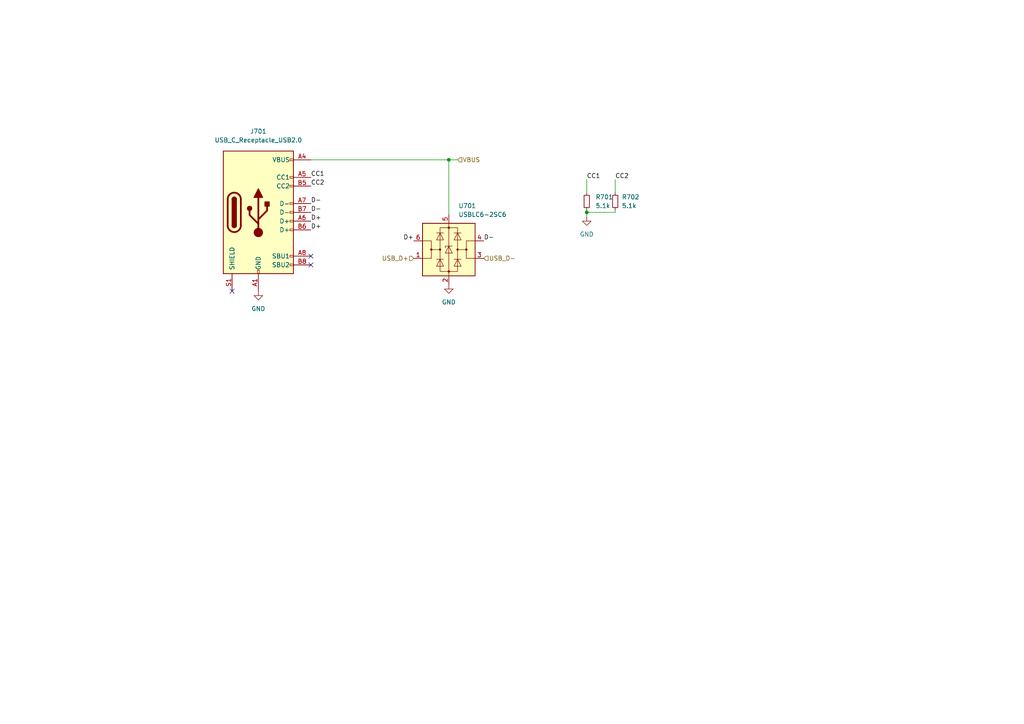
<source format=kicad_sch>
(kicad_sch (version 20211123) (generator eeschema)
  (paper "A4")
  (lib_symbols
    (symbol "Connector:USB_C_Receptacle_USB2.0" (pin_names (offset 1.016))
      (property "Reference" "J" (at -10.16 19.05 0))
      (property "Value" "USB_C_Receptacle_USB2.0" (at 19.05 19.05 0))
      (symbol "USB_C_Receptacle_USB2.0_0_0"
        (rectangle (start -0.254 -17.78) (end 0.254 -16.764))
        (rectangle (start 10.16 -14.986) (end 9.144 -15.494))
        (rectangle (start 10.16 -12.446) (end 9.144 -12.954))
        (rectangle (start 10.16 -4.826) (end 9.144 -5.334))
        (rectangle (start 10.16 -2.286) (end 9.144 -2.794))
        (rectangle (start 10.16 0.254) (end 9.144 -0.254))
        (rectangle (start 10.16 2.794) (end 9.144 2.286))
        (rectangle (start 10.16 7.874) (end 9.144 7.366))
        (rectangle (start 10.16 10.414) (end 9.144 9.906))
        (rectangle (start 10.16 15.494) (end 9.144 14.986))
      )
      (symbol "USB_C_Receptacle_USB2.0_0_1"
        (rectangle (start -10.16 17.78) (end 10.16 -17.78) (stroke (width 0.254)) (fill (type background)))
        (arc (start -8.89 -3.81) (mid -6.985 -5.715) (end -5.08 -3.81) (stroke (width 0.508)))
        (arc (start -7.62 -3.81) (mid -6.985 -4.445) (end -6.35 -3.81) (stroke (width 0.254)))
        (arc (start -7.62 -3.81) (mid -6.985 -4.445) (end -6.35 -3.81) (stroke (width 0.254)) (fill (type outline)))
        (rectangle (start -7.62 -3.81) (end -6.35 3.81) (stroke (width 0.254)) (fill (type outline)))
        (arc (start -6.35 3.81) (mid -6.985 4.445) (end -7.62 3.81) (stroke (width 0.254)))
        (arc (start -6.35 3.81) (mid -6.985 4.445) (end -7.62 3.81) (stroke (width 0.254)) (fill (type outline)))
        (arc (start -5.08 3.81) (mid -6.985 5.715) (end -8.89 3.81) (stroke (width 0.508)))
        (circle (center -2.54 1.143) (radius 0.635) (stroke (width 0.254)) (fill (type outline)))
        (circle (center 0 -5.842) (radius 1.27) (fill (type outline)))
        (polyline (pts (xy -8.89 -3.81) (xy -8.89 3.81)) (stroke (width 0.508)))
        (polyline (pts (xy -5.08 3.81) (xy -5.08 -3.81)) (stroke (width 0.508)))
        (polyline (pts (xy 0 -5.842) (xy 0 4.318)) (stroke (width 0.508)))
        (polyline (pts (xy 0 -3.302) (xy -2.54 -0.762) (xy -2.54 0.508)) (stroke (width 0.508)))
        (polyline (pts (xy 0 -2.032) (xy 2.54 0.508) (xy 2.54 1.778)) (stroke (width 0.508)))
        (polyline (pts (xy -1.27 4.318) (xy 0 6.858) (xy 1.27 4.318) (xy -1.27 4.318)) (stroke (width 0.254)) (fill (type outline)))
        (rectangle (start 1.905 1.778) (end 3.175 3.048) (stroke (width 0.254)) (fill (type outline)))
      )
      (symbol "USB_C_Receptacle_USB2.0_1_1"
        (pin passive line (at 0 -22.86 90) (length 5.08) (name "GND") (number "A1"))
        (pin passive line (at 0 -22.86 90) (length 5.08) hide (name "GND") (number "A12"))
        (pin passive line (at 15.24 15.24 180) (length 5.08) (name "VBUS") (number "A4"))
        (pin bidirectional line (at 15.24 10.16 180) (length 5.08) (name "CC1") (number "A5"))
        (pin bidirectional line (at 15.24 -2.54 180) (length 5.08) (name "D+") (number "A6"))
        (pin bidirectional line (at 15.24 2.54 180) (length 5.08) (name "D-") (number "A7"))
        (pin bidirectional line (at 15.24 -12.7 180) (length 5.08) (name "SBU1") (number "A8"))
        (pin passive line (at 15.24 15.24 180) (length 5.08) hide (name "VBUS") (number "A9"))
        (pin passive line (at 0 -22.86 90) (length 5.08) hide (name "GND") (number "B1"))
        (pin passive line (at 0 -22.86 90) (length 5.08) hide (name "GND") (number "B12"))
        (pin passive line (at 15.24 15.24 180) (length 5.08) hide (name "VBUS") (number "B4"))
        (pin bidirectional line (at 15.24 7.62 180) (length 5.08) (name "CC2") (number "B5"))
        (pin bidirectional line (at 15.24 -5.08 180) (length 5.08) (name "D+") (number "B6"))
        (pin bidirectional line (at 15.24 0 180) (length 5.08) (name "D-") (number "B7"))
        (pin bidirectional line (at 15.24 -15.24 180) (length 5.08) (name "SBU2") (number "B8"))
        (pin passive line (at 15.24 15.24 180) (length 5.08) hide (name "VBUS") (number "B9"))
        (pin passive line (at -7.62 -22.86 90) (length 5.08) (name "SHIELD") (number "S1"))
      )
    )
    (symbol "Device:R_Small" (pin_numbers hide) (pin_names (offset 0.254) hide)
      (property "Reference" "R" (at 0.762 0.508 0))
      (property "Value" "R_Small" (at 0.762 -1.016 0))
      (symbol "R_Small_0_1"
        (rectangle (start -0.762 1.778) (end 0.762 -1.778) (stroke (width 0.2032)))
      )
      (symbol "R_Small_1_1"
        (pin passive line (at 0 2.54 270) (length 0.762) (name "~") (number "1"))
        (pin passive line (at 0 -2.54 90) (length 0.762) (name "~") (number "2"))
      )
    )
    (symbol "Power_Protection:USBLC6-2SC6" (pin_names hide)
      (property "Reference" "U" (at 2.54 8.89 0))
      (property "Value" "USBLC6-2SC6" (at 2.54 -8.89 0))
      (symbol "USBLC6-2SC6_0_1"
        (rectangle (start -7.62 -7.62) (end 7.62 7.62) (stroke (width 0.254)) (fill (type background)))
        (circle (center -5.08 0) (radius 0.254) (fill (type outline)))
        (circle (center -2.54 0) (radius 0.254) (fill (type outline)))
        (rectangle (start -2.54 6.35) (end 2.54 -6.35))
        (circle (center 0 -6.35) (radius 0.254) (fill (type outline)))
        (polyline (pts (xy -5.08 -2.54) (xy -7.62 -2.54)))
        (polyline (pts (xy -5.08 0) (xy -5.08 -2.54)))
        (polyline (pts (xy -5.08 2.54) (xy -7.62 2.54)))
        (polyline (pts (xy -1.524 -2.794) (xy -3.556 -2.794)))
        (polyline (pts (xy -1.524 4.826) (xy -3.556 4.826)))
        (polyline (pts (xy 0 -7.62) (xy 0 -6.35)))
        (polyline (pts (xy 0 -6.35) (xy 0 1.27)))
        (polyline (pts (xy 0 1.27) (xy 0 6.35)))
        (polyline (pts (xy 0 6.35) (xy 0 7.62)))
        (polyline (pts (xy 1.524 -2.794) (xy 3.556 -2.794)))
        (polyline (pts (xy 1.524 4.826) (xy 3.556 4.826)))
        (polyline (pts (xy 5.08 -2.54) (xy 7.62 -2.54)))
        (polyline (pts (xy 5.08 0) (xy 5.08 -2.54)))
        (polyline (pts (xy 5.08 2.54) (xy 7.62 2.54)))
        (polyline (pts (xy -2.54 0) (xy -5.08 0) (xy -5.08 2.54)))
        (polyline (pts (xy 2.54 0) (xy 5.08 0) (xy 5.08 2.54)))
        (polyline (pts (xy -3.556 -4.826) (xy -1.524 -4.826) (xy -2.54 -2.794) (xy -3.556 -4.826)))
        (polyline (pts (xy -3.556 2.794) (xy -1.524 2.794) (xy -2.54 4.826) (xy -3.556 2.794)))
        (polyline (pts (xy -1.016 -1.016) (xy 1.016 -1.016) (xy 0 1.016) (xy -1.016 -1.016)))
        (polyline (pts (xy 1.016 1.016) (xy 0.762 1.016) (xy -1.016 1.016) (xy -1.016 0.508)))
        (polyline (pts (xy 3.556 -4.826) (xy 1.524 -4.826) (xy 2.54 -2.794) (xy 3.556 -4.826)))
        (polyline (pts (xy 3.556 2.794) (xy 1.524 2.794) (xy 2.54 4.826) (xy 3.556 2.794)))
        (circle (center 0 6.35) (radius 0.254) (fill (type outline)))
        (circle (center 2.54 0) (radius 0.254) (fill (type outline)))
        (circle (center 5.08 0) (radius 0.254) (fill (type outline)))
      )
      (symbol "USBLC6-2SC6_1_1"
        (pin passive line (at -10.16 -2.54 0) (length 2.54) (name "I/O1") (number "1"))
        (pin passive line (at 0 -10.16 90) (length 2.54) (name "GND") (number "2"))
        (pin passive line (at 10.16 -2.54 180) (length 2.54) (name "I/O2") (number "3"))
        (pin passive line (at 10.16 2.54 180) (length 2.54) (name "I/O2") (number "4"))
        (pin passive line (at 0 10.16 270) (length 2.54) (name "VBUS") (number "5"))
        (pin passive line (at -10.16 2.54 0) (length 2.54) (name "I/O1") (number "6"))
      )
    )
    (symbol "power:GND" (power) (pin_names (offset 0))
      (property "Value" "GND" (at 0 -3.81 0))
      (symbol "GND_0_1"
        (polyline (pts (xy 0 0) (xy 0 -1.27) (xy 1.27 -1.27) (xy 0 -2.54) (xy -1.27 -1.27) (xy 0 -1.27)))
      )
      (symbol "GND_1_1"
        (pin power_in line (at 0 0 270) (length 0) hide (name "GND") (number "1"))
      )
    )
  )
  (junction (at 130.175 46.355))
  (junction (at 170.18 61.595))
  (no_connect (at 90.17 74.295))
  (no_connect (at 90.17 76.835))
  (no_connect (at 67.31 84.455))
  (wire (pts (xy 130.175 46.355) (xy 132.715 46.355)))
  (wire (pts (xy 130.175 46.355) (xy 130.175 62.23)))
  (wire (pts (xy 170.18 60.96) (xy 170.18 61.595)))
  (wire (pts (xy 90.17 46.355) (xy 130.175 46.355)))
  (wire (pts (xy 178.435 61.595) (xy 178.435 60.96)))
  (wire (pts (xy 170.18 61.595) (xy 170.18 62.865)))
  (wire (pts (xy 170.18 61.595) (xy 178.435 61.595)))
  (wire (pts (xy 178.435 52.07) (xy 178.435 55.88)))
  (wire (pts (xy 170.18 52.07) (xy 170.18 55.88)))
  (label "CC2" (at 90.17 53.975 0))
  (label "D+" (at 90.17 64.135 0))
  (label "D+" (at 90.17 66.675 0))
  (label "D-" (at 90.17 59.055 0))
  (label "D-" (at 140.335 69.85 0))
  (label "CC1" (at 90.17 51.435 0))
  (label "D-" (at 90.17 61.595 0))
  (label "D+" (at 120.015 69.85 180))
  (label "CC2" (at 178.435 52.07 0))
  (label "CC1" (at 170.18 52.07 0))
  (hierarchical_label "USB_D-" (shape input) (at 140.335 74.93 0))
  (hierarchical_label "USB_D+" (shape input) (at 120.015 74.93 180))
  (hierarchical_label "VBUS" (shape input) (at 132.715 46.355 0))
  (symbol (lib_id "Device:R_Small") (at 178.435 58.42 0) (unit 1)
    (property "Reference" "R702" (at 180.34 57.1499 0) (effects (justify left)))
    (property "Value" "5.1k" (at 180.34 59.6899 0) (effects (justify left)))
    (property "Footprint" "Resistor_SMD:R_0603_1608Metric_Pad0.98x0.95mm_HandSolder" (effects hide))
  )
  (symbol (lib_id "power:GND") (at 130.175 82.55 0) (unit 1)
    (property "Reference" "#PWR0111" (effects hide))
    (property "Value" "GND" (at 130.175 87.63 0))
  )
  (symbol (lib_id "Connector:USB_C_Receptacle_USB2.0") (at 74.93 61.595 0) (unit 1)
    (property "Reference" "J701" (at 74.93 38.1 0))
    (property "Value" "USB_C_Receptacle_USB2.0" (at 74.93 40.64 0))
    (property "Footprint" "Connector_USB:USB_C_Receptacle_HRO_TYPE-C-31-M-12" (effects hide))
    (property "Datasheet" "https://www.usb.org/sites/default/files/documents/usb_type-c.zip" (effects hide))
  )
  (symbol (lib_id "power:GND") (at 170.18 62.865 0) (unit 1)
    (property "Reference" "#PWR0113" (effects hide))
    (property "Value" "GND" (at 170.18 67.945 0))
  )
  (symbol (lib_id "Power_Protection:USBLC6-2SC6") (at 130.175 72.39 0) (unit 1)
    (property "Reference" "U701" (at 132.9437 59.69 0) (effects (justify left)))
    (property "Value" "USBLC6-2SC6" (at 132.9437 62.23 0) (effects (justify left)))
    (property "Footprint" "Package_TO_SOT_SMD:SOT-23-6" (effects hide))
    (property "Datasheet" "https://www.st.com/resource/en/datasheet/usblc6-2.pdf" (effects hide))
  )
  (symbol (lib_id "power:GND") (at 74.93 84.455 0) (unit 1)
    (property "Reference" "#PWR0112" (effects hide))
    (property "Value" "GND" (at 74.93 89.535 0))
  )
  (symbol (lib_id "Device:R_Small") (at 170.18 58.42 0) (unit 1)
    (property "Reference" "R701" (at 172.72 57.1499 0) (effects (justify left)))
    (property "Value" "5.1k" (at 172.72 59.6899 0) (effects (justify left)))
    (property "Footprint" "Resistor_SMD:R_0603_1608Metric_Pad0.98x0.95mm_HandSolder" (effects hide))
  )
)
</source>
